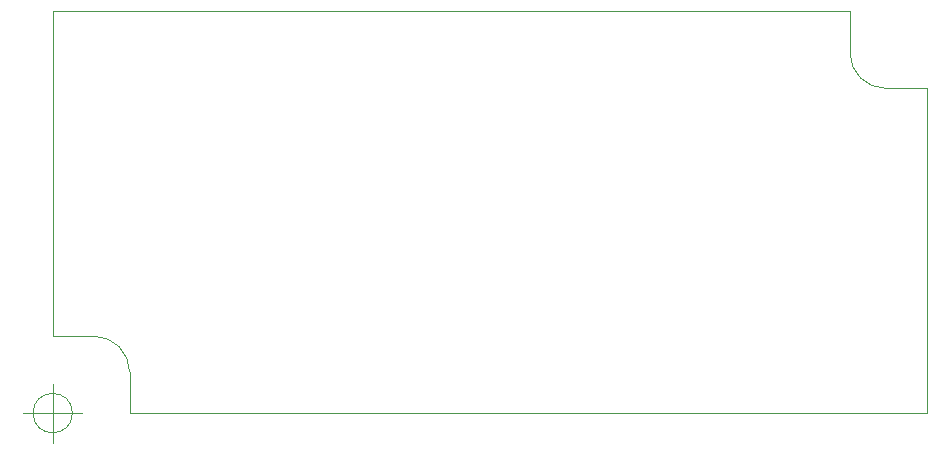
<source format=gm1>
G04 #@! TF.GenerationSoftware,KiCad,Pcbnew,6.99.0-unknown-455e330f3b~148~ubuntu20.04.1*
G04 #@! TF.CreationDate,2022-03-14T13:39:27+05:30*
G04 #@! TF.ProjectId,espc3-vario,65737063-332d-4766-9172-696f2e6b6963,rev?*
G04 #@! TF.SameCoordinates,PX55d4a80PY7270e00*
G04 #@! TF.FileFunction,Profile,NP*
%FSLAX46Y46*%
G04 Gerber Fmt 4.6, Leading zero omitted, Abs format (unit mm)*
G04 Created by KiCad (PCBNEW 6.99.0-unknown-455e330f3b~148~ubuntu20.04.1) date 2022-03-14 13:39:27*
%MOMM*%
%LPD*%
G01*
G04 APERTURE LIST*
G04 #@! TA.AperFunction,Profile*
%ADD10C,0.100000*%
G04 #@! TD*
G04 APERTURE END LIST*
D10*
X67500000Y34000000D02*
X67500000Y30500000D01*
X6500000Y0D02*
X74000000Y0D01*
X67500000Y30500000D02*
G75*
G03*
X70500000Y27500000I3000000J0D01*
G01*
X0Y6500000D02*
X3500000Y6500000D01*
X74000000Y27500000D02*
X71000000Y27500000D01*
X71000000Y27500000D02*
X70500000Y27500000D01*
X67500000Y34000000D02*
X0Y34000000D01*
X6500000Y0D02*
X6500000Y3500000D01*
X0Y34000000D02*
X0Y6500000D01*
X74000000Y0D02*
X74000000Y27500000D01*
X6500000Y3500000D02*
G75*
G03*
X3500000Y6500000I-3000000J0D01*
G01*
X1666666Y0D02*
G75*
G03*
X1666666Y0I-1666666J0D01*
G01*
X-2500000Y0D02*
X2500000Y0D01*
X0Y2500000D02*
X0Y-2500000D01*
X1666666Y0D02*
G75*
G03*
X1666666Y0I-1666666J0D01*
G01*
X-2500000Y0D02*
X2500000Y0D01*
X0Y2500000D02*
X0Y-2500000D01*
X1666666Y0D02*
G75*
G03*
X1666666Y0I-1666666J0D01*
G01*
X-2500000Y0D02*
X2500000Y0D01*
X0Y2500000D02*
X0Y-2500000D01*
M02*

</source>
